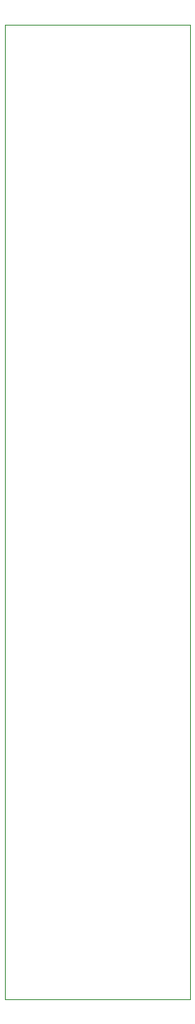
<source format=gm1>
G04 #@! TF.GenerationSoftware,KiCad,Pcbnew,9.0.7*
G04 #@! TF.CreationDate,2026-01-04T21:44:44+01:00*
G04 #@! TF.ProjectId,board_B,626f6172-645f-4422-9e6b-696361645f70,rev?*
G04 #@! TF.SameCoordinates,Original*
G04 #@! TF.FileFunction,Profile,NP*
%FSLAX46Y46*%
G04 Gerber Fmt 4.6, Leading zero omitted, Abs format (unit mm)*
G04 Created by KiCad (PCBNEW 9.0.7) date 2026-01-04 21:44:44*
%MOMM*%
%LPD*%
G01*
G04 APERTURE LIST*
G04 #@! TA.AperFunction,Profile*
%ADD10C,0.100000*%
G04 #@! TD*
G04 APERTURE END LIST*
D10*
X159525000Y-50000000D02*
X159525000Y-150000000D01*
X140475000Y-50000000D02*
X159525000Y-50000000D01*
X159525000Y-150000000D02*
X140475000Y-150000000D01*
X140475000Y-150000000D02*
X140475000Y-50000000D01*
M02*

</source>
